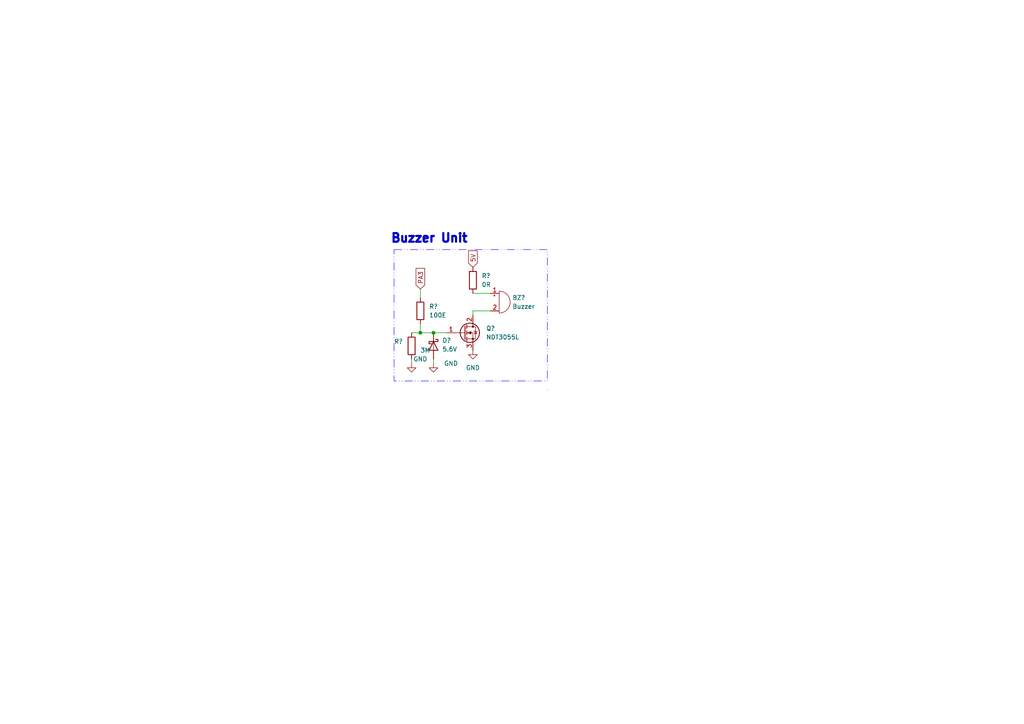
<source format=kicad_sch>
(kicad_sch (version 20230121) (generator eeschema)
  (paper "A4")
  (lib_symbols
    (symbol "Device:Buzzer" (pin_names (offset 0.0254) hide)
      (property "Reference" "BZ" (at 3.81 1.27 0))
      (property "Value" "Buzzer" (at 3.81 -1.27 0))
      (symbol "Buzzer_0_1"
        (arc (start 0 -3.175) (mid 3.1612 0) (end 0 3.175))
        (polyline (pts (xy -1.651 1.905) (xy -1.143 1.905)))
        (polyline (pts (xy -1.397 2.159) (xy -1.397 1.651)))
        (polyline (pts (xy 0 3.175) (xy 0 -3.175)))
      )
      (symbol "Buzzer_1_1"
        (pin passive line (at -2.54 2.54 0) (length 2.54) (name "-") (number "1"))
        (pin passive line (at -2.54 -2.54 0) (length 2.54) (name "+") (number "2"))
      )
    )
    (symbol "Device:D_Schottky" (pin_numbers hide) (pin_names (offset 1.016) hide)
      (property "Reference" "D" (at 0 2.54 0))
      (property "Value" "D_Schottky" (at 0 -2.54 0))
      (symbol "D_Schottky_0_1"
        (polyline (pts (xy 1.27 0) (xy -1.27 0)))
        (polyline (pts (xy 1.27 1.27) (xy 1.27 -1.27) (xy -1.27 0) (xy 1.27 1.27)) (stroke (width 0.254)))
        (polyline (pts (xy -1.905 0.635) (xy -1.905 1.27) (xy -1.27 1.27) (xy -1.27 -1.27) (xy -0.635 -1.27) (xy -0.635 -0.635)) (stroke (width 0.254)))
      )
      (symbol "D_Schottky_1_1"
        (pin passive line (at -3.81 0 0) (length 2.54) (name "K") (number "1"))
        (pin passive line (at 3.81 0 180) (length 2.54) (name "A") (number "2"))
      )
    )
    (symbol "Device:R" (pin_numbers hide) (pin_names (offset 0))
      (property "Reference" "R" (at 2.032 0 90))
      (property "Value" "R" (at 0 0 90))
      (symbol "R_0_1"
        (rectangle (start -1.016 -2.54) (end 1.016 2.54) (stroke (width 0.254)))
      )
      (symbol "R_1_1"
        (pin passive line (at 0 3.81 270) (length 1.27) (name "~") (number "1"))
        (pin passive line (at 0 -3.81 90) (length 1.27) (name "~") (number "2"))
      )
    )
    (symbol "Transistor_FET:NDT3055L" (pin_names hide)
      (property "Reference" "Q" (at 5.08 1.905 0))
      (property "Value" "NDT3055L" (at 5.08 0 0))
      (symbol "NDT3055L_0_1"
        (polyline (pts (xy 0.254 0) (xy -2.54 0)))
        (polyline (pts (xy 0.254 1.905) (xy 0.254 -1.905)) (stroke (width 0.254)))
        (polyline (pts (xy 0.762 -1.27) (xy 0.762 -2.286)) (stroke (width 0.254)))
        (polyline (pts (xy 0.762 0.508) (xy 0.762 -0.508)) (stroke (width 0.254)))
        (polyline (pts (xy 0.762 2.286) (xy 0.762 1.27)) (stroke (width 0.254)))
        (polyline (pts (xy 2.54 2.54) (xy 2.54 1.778)))
        (polyline (pts (xy 2.54 -2.54) (xy 2.54 0) (xy 0.762 0)))
        (polyline (pts (xy 0.762 -1.778) (xy 3.302 -1.778) (xy 3.302 1.778) (xy 0.762 1.778)))
        (polyline (pts (xy 1.016 0) (xy 2.032 0.381) (xy 2.032 -0.381) (xy 1.016 0)) (fill (type outline)))
        (polyline (pts (xy 2.794 0.508) (xy 2.921 0.381) (xy 3.683 0.381) (xy 3.81 0.254)))
        (polyline (pts (xy 3.302 0.381) (xy 2.921 -0.254) (xy 3.683 -0.254) (xy 3.302 0.381)))
        (circle (center 1.651 0) (radius 2.794) (stroke (width 0.254)))
        (circle (center 2.54 -1.778) (radius 0.254) (fill (type outline)))
        (circle (center 2.54 1.778) (radius 0.254) (fill (type outline)))
      )
      (symbol "NDT3055L_1_1"
        (pin input line (at -5.08 0 0) (length 2.54) (name "G") (number "1"))
        (pin passive line (at 2.54 5.08 270) (length 2.54) (name "D") (number "2"))
        (pin passive line (at 2.54 -5.08 90) (length 2.54) (name "S") (number "3"))
      )
    )
    (symbol "power:GND" (power) (pin_names (offset 0))
      (property "Value" "GND" (at 0 -3.81 0))
      (symbol "GND_0_1"
        (polyline (pts (xy 0 0) (xy 0 -1.27) (xy 1.27 -1.27) (xy 0 -2.54) (xy -1.27 -1.27) (xy 0 -1.27)))
      )
      (symbol "GND_1_1"
        (pin power_in line (at 0 0 270) (length 0) hide (name "GND") (number "1"))
      )
    )
  )
  (junction (at 125.73 96.52))
  (junction (at 121.92 96.52))
  (wire (pts (xy 142.24 90.17) (xy 137.16 90.17)))
  (wire (pts (xy 125.73 104.14) (xy 125.73 105.41)))
  (wire (pts (xy 125.73 96.52) (xy 129.54 96.52)))
  (wire (pts (xy 119.38 104.14) (xy 119.38 105.41)))
  (wire (pts (xy 121.92 96.52) (xy 125.73 96.52)))
  (wire (pts (xy 119.38 96.52) (xy 121.92 96.52)))
  (wire (pts (xy 137.16 85.09) (xy 142.24 85.09)))
  (wire (pts (xy 121.92 83.82) (xy 121.92 86.36)))
  (wire (pts (xy 137.16 90.17) (xy 137.16 91.44)))
  (wire (pts (xy 121.92 93.98) (xy 121.92 96.52)))
  (rectangle (start 114.3 72.39) (end 158.75 110.49) (stroke (width 0.2) (type dash_dot_dot) (color 102 74 255 1)))
  (rectangle (start 158.75 113.03) (end 158.75 113.03))
  (text "Buzzer Unit\n\n\n" (at 135.89 78.74 0) (effects (font (size 2.5 2.5) (thickness 0.65) bold) (justify right bottom)))
  (global_label "5V" (shape input) (at 137.16 77.47 90) (property "Intersheetrefs" "${INTERSHEET_REFS}" (effects hide)))
  (global_label "PA3" (shape input) (at 121.92 83.82 90) (property "Intersheetrefs" "${INTERSHEET_REFS}" (effects hide)))
  (symbol (lib_id "Device:R") (at 121.92 90.17 0) (unit 1)
    (property "Reference" "R?" (at 124.46 88.9 0) (effects (justify left)))
    (property "Value" "100E" (at 124.46 91.44 0) (effects (justify left)))
    (property "Footprint" "Resistor_SMD:R_0603_1608Metric_Pad0.98x0.95mm_HandSolder" (effects hide))
    (instances (project "SOC 2" (path "" (reference "R?") (unit 1))) (project "SOC DISPLAY" (path "" (reference "R25") (unit 1)) (path "" (reference "R31") (unit 1))))
  )
  (symbol (lib_id "Device:D_Schottky") (at 125.73 100.33 270) (unit 1)
    (property "Reference" "D?" (at 128.27 98.7425 90) (effects (justify left)))
    (property "Value" "5.6V" (at 128.27 101.2825 90) (effects (justify left)))
    (property "Footprint" "Diode_SMD:D_0603_1608Metric_Pad1.05x0.95mm_HandSolder" (effects hide))
    (instances (project "SOC 2" (path "" (reference "D?") (unit 1))) (project "SOC DISPLAY" (path "" (reference "D1") (unit 1)) (path "" (reference "D1") (unit 1))))
  )
  (symbol (lib_id "Device:Buzzer") (at 144.78 87.63 0) (unit 1)
    (property "Reference" "BZ?" (at 148.59 86.36 0) (effects (justify left)))
    (property "Value" "Buzzer" (at 148.59 88.9 0) (effects (justify left)))
    (property "Footprint" "Buzzer_Beeper:Indicator_PUI_AI-1440-TWT-24V-2-R" (effects hide))
    (instances (project "SOC 2" (path "" (reference "BZ?") (unit 1))) (project "SOC DISPLAY" (path "" (reference "BZ1") (unit 1)) (path "" (reference "BZ1") (unit 1))))
  )
  (symbol (lib_id "Device:R") (at 119.38 100.33 0) (unit 1)
    (property "Reference" "R?" (at 114.3 99.06 0) (effects (justify left)))
    (property "Value" "3M" (at 121.92 101.6 0) (effects (justify left)))
    (property "Footprint" "Resistor_SMD:R_0603_1608Metric_Pad0.98x0.95mm_HandSolder" (effects hide))
    (instances (project "SOC 2" (path "" (reference "R?") (unit 1))) (project "SOC DISPLAY" (path "" (reference "R24") (unit 1)) (path "" (reference "R30") (unit 1))))
  )
  (symbol (lib_id "Transistor_FET:NDT3055L") (at 134.62 96.52 0) (unit 1)
    (property "Reference" "Q?" (at 140.97 95.25 0) (effects (justify left)))
    (property "Value" "NDT3055L" (at 140.97 97.79 0) (effects (justify left)))
    (property "Footprint" "Package_TO_SOT_SMD:SOT-223-3_TabPin2" (effects hide))
    (property "Datasheet" "https://www.onsemi.com/pdf/datasheet/ndt3055l-d.pdf" (effects hide))
    (instances (project "SOC 2" (path "" (reference "Q?") (unit 1))) (project "SOC DISPLAY" (path "" (reference "Q1") (unit 1)) (path "" (reference "Q1") (unit 1))))
  )
  (symbol (lib_id "Device:R") (at 137.16 81.28 0) (unit 1)
    (property "Reference" "R?" (at 139.7 80.01 0) (effects (justify left)))
    (property "Value" "0R" (at 139.7 82.55 0) (effects (justify left)))
    (property "Footprint" "Resistor_SMD:R_0603_1608Metric_Pad0.98x0.95mm_HandSolder" (effects hide))
    (instances (project "SOC 2" (path "" (reference "R?") (unit 1))) (project "SOC DISPLAY" (path "" (reference "R26") (unit 1)) (path "" (reference "R32") (unit 1))))
  )
  (symbol (lib_id "power:GND") (at 137.16 101.6 0) (unit 1)
    (property "Reference" "#PWR015" (effects hide))
    (property "Value" "GND" (at 137.16 106.68 0))
    (instances (project "SOC 2" (path "" (reference "#PWR015") (unit 1))) (project "SOC DISPLAY" (path "" (reference "#PWR020") (unit 1)) (path "" (reference "#PWR023") (unit 1))))
  )
  (symbol (lib_id "power:GND") (at 125.73 105.41 0) (unit 1)
    (property "Reference" "#PWR014" (effects hide))
    (property "Value" "GND" (at 130.81 105.41 0))
    (instances (project "SOC 2" (path "" (reference "#PWR014") (unit 1))) (project "SOC DISPLAY" (path "" (reference "#PWR019") (unit 1)) (path "" (reference "#PWR022") (unit 1))))
  )
  (symbol (lib_id "power:GND") (at 119.38 105.41 0) (unit 1)
    (property "Reference" "#PWR013" (effects hide))
    (property "Value" "GND" (at 121.92 104.14 0))
    (instances (project "SOC 2" (path "" (reference "#PWR013") (unit 1))) (project "SOC DISPLAY" (path "" (reference "#PWR018") (unit 1)) (path "" (reference "#PWR021") (unit 1))))
  )
)
</source>
